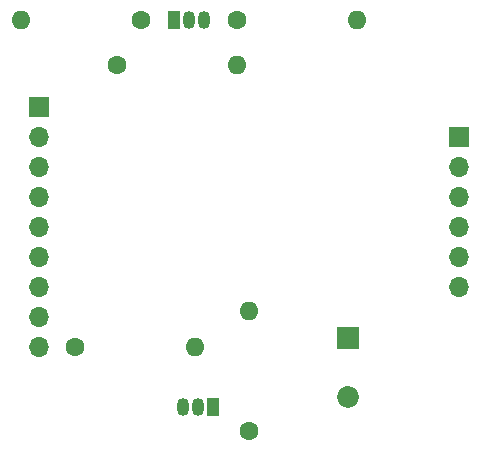
<source format=gbr>
G04 #@! TF.GenerationSoftware,KiCad,Pcbnew,5.1.6-c6e7f7d~87~ubuntu20.04.1*
G04 #@! TF.CreationDate,2020-07-24T16:02:03-06:00*
G04 #@! TF.ProjectId,heimdall_outsideboard,6865696d-6461-46c6-9c5f-6f7574736964,0.3*
G04 #@! TF.SameCoordinates,Original*
G04 #@! TF.FileFunction,Copper,L2,Bot*
G04 #@! TF.FilePolarity,Positive*
%FSLAX46Y46*%
G04 Gerber Fmt 4.6, Leading zero omitted, Abs format (unit mm)*
G04 Created by KiCad (PCBNEW 5.1.6-c6e7f7d~87~ubuntu20.04.1) date 2020-07-24 16:02:03*
%MOMM*%
%LPD*%
G01*
G04 APERTURE LIST*
G04 #@! TA.AperFunction,ComponentPad*
%ADD10R,1.700000X1.700000*%
G04 #@! TD*
G04 #@! TA.AperFunction,ComponentPad*
%ADD11O,1.700000X1.700000*%
G04 #@! TD*
G04 #@! TA.AperFunction,ComponentPad*
%ADD12R,1.850000X1.850000*%
G04 #@! TD*
G04 #@! TA.AperFunction,ComponentPad*
%ADD13C,1.850000*%
G04 #@! TD*
G04 #@! TA.AperFunction,ComponentPad*
%ADD14R,1.050000X1.500000*%
G04 #@! TD*
G04 #@! TA.AperFunction,ComponentPad*
%ADD15O,1.050000X1.500000*%
G04 #@! TD*
G04 #@! TA.AperFunction,ComponentPad*
%ADD16O,1.600000X1.600000*%
G04 #@! TD*
G04 #@! TA.AperFunction,ComponentPad*
%ADD17C,1.600000*%
G04 #@! TD*
G04 APERTURE END LIST*
D10*
G04 #@! TO.P,Inside Board,1*
G04 #@! TO.N,+5V*
X54102000Y-86868000D03*
D11*
G04 #@! TO.P,Inside Board,2*
G04 #@! TO.N,+3V3*
X54102000Y-89408000D03*
G04 #@! TO.P,Inside Board,3*
G04 #@! TO.N,GND*
X54102000Y-91948000D03*
G04 #@! TO.P,Inside Board,4*
G04 #@! TO.N,/CS*
X54102000Y-94488000D03*
G04 #@! TO.P,Inside Board,5*
G04 #@! TO.N,/SCK*
X54102000Y-97028000D03*
G04 #@! TO.P,Inside Board,6*
G04 #@! TO.N,/MOSI*
X54102000Y-99568000D03*
G04 #@! TO.P,Inside Board,7*
G04 #@! TO.N,/MISO*
X54102000Y-102108000D03*
G04 #@! TO.P,Inside Board,8*
G04 #@! TO.N,/LED*
X54102000Y-104648000D03*
G04 #@! TO.P,Inside Board,9*
G04 #@! TO.N,/Buzzer*
X54102000Y-107188000D03*
G04 #@! TD*
D12*
G04 #@! TO.P,Buzzer,1*
G04 #@! TO.N,+3V3*
X80264000Y-106426000D03*
D13*
G04 #@! TO.P,Buzzer,2*
G04 #@! TO.N,Net-(BZ1-Pad2)*
X80264000Y-111426000D03*
G04 #@! TD*
D10*
G04 #@! TO.P,RFID Module,1*
G04 #@! TO.N,+3V3*
X89662000Y-89408000D03*
D11*
G04 #@! TO.P,RFID Module,2*
G04 #@! TO.N,GND*
X89662000Y-91948000D03*
G04 #@! TO.P,RFID Module,3*
G04 #@! TO.N,/CS*
X89662000Y-94488000D03*
G04 #@! TO.P,RFID Module,4*
G04 #@! TO.N,/SCK*
X89662000Y-97028000D03*
G04 #@! TO.P,RFID Module,5*
G04 #@! TO.N,/MOSI*
X89662000Y-99568000D03*
G04 #@! TO.P,RFID Module,6*
G04 #@! TO.N,/MISO*
X89662000Y-102108000D03*
G04 #@! TD*
D14*
G04 #@! TO.P,2N3904,1*
G04 #@! TO.N,GND*
X68834000Y-112268000D03*
D15*
G04 #@! TO.P,2N3904,3*
G04 #@! TO.N,Net-(Q1-Pad3)*
X66294000Y-112268000D03*
G04 #@! TO.P,2N3904,2*
G04 #@! TO.N,Net-(BZ1-Pad2)*
X67564000Y-112268000D03*
G04 #@! TD*
G04 #@! TO.P,2N7000,2*
G04 #@! TO.N,+3V3*
X66802000Y-79502000D03*
G04 #@! TO.P,2N7000,3*
G04 #@! TO.N,Net-(Q2-Pad3)*
X68072000Y-79502000D03*
D14*
G04 #@! TO.P,2N7000,1*
G04 #@! TO.N,/LED*
X65532000Y-79502000D03*
G04 #@! TD*
D16*
G04 #@! TO.P,10k,2*
G04 #@! TO.N,+3V3*
X52578000Y-79502000D03*
D17*
G04 #@! TO.P,10k,1*
G04 #@! TO.N,/LED*
X62738000Y-79502000D03*
G04 #@! TD*
G04 #@! TO.P,1k,1*
G04 #@! TO.N,/Buzzer*
X57150000Y-107188000D03*
D16*
G04 #@! TO.P,1k,2*
G04 #@! TO.N,Net-(Q1-Pad3)*
X67310000Y-107188000D03*
G04 #@! TD*
D17*
G04 #@! TO.P,1k,1*
G04 #@! TO.N,Net-(BZ1-Pad2)*
X71882000Y-114300000D03*
D16*
G04 #@! TO.P,1k,2*
G04 #@! TO.N,+3V3*
X71882000Y-104140000D03*
G04 #@! TD*
G04 #@! TO.P,10k,2*
G04 #@! TO.N,Net-(Q2-Pad3)*
X70866000Y-83312000D03*
D17*
G04 #@! TO.P,10k,1*
G04 #@! TO.N,+5V*
X60706000Y-83312000D03*
G04 #@! TD*
G04 #@! TO.P,470,1*
G04 #@! TO.N,Net-(Q2-Pad3)*
X70866000Y-79502000D03*
D16*
G04 #@! TO.P,470,2*
G04 #@! TO.N,Net-(D1-Pad4)*
X81026000Y-79502000D03*
G04 #@! TD*
M02*

</source>
